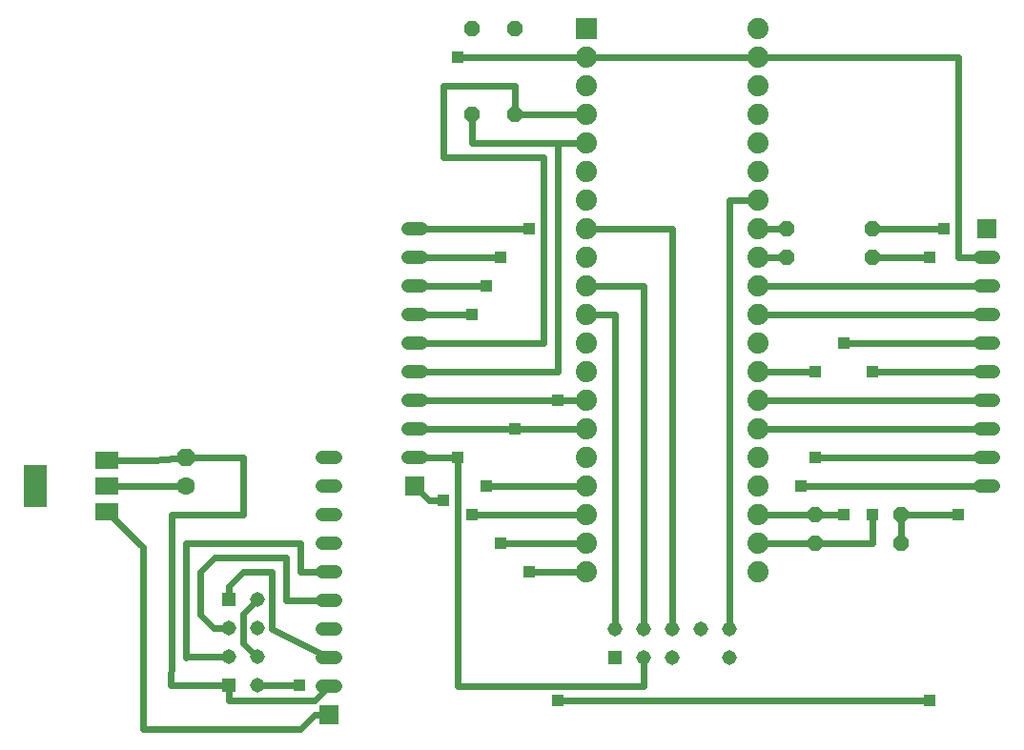
<source format=gbl>
G75*
%MOIN*%
%OFA0B0*%
%FSLAX25Y25*%
%IPPOS*%
%LPD*%
%AMOC8*
5,1,8,0,0,1.08239X$1,22.5*
%
%ADD10R,0.07400X0.07400*%
%ADD11C,0.07400*%
%ADD12R,0.07000X0.07000*%
%ADD13C,0.04756*%
%ADD14C,0.05150*%
%ADD15R,0.05150X0.05150*%
%ADD16R,0.07900X0.05900*%
%ADD17R,0.07900X0.15000*%
%ADD18C,0.06300*%
%ADD19OC8,0.06300*%
%ADD20OC8,0.05200*%
%ADD21C,0.02400*%
%ADD22R,0.03962X0.03962*%
D10*
X0221000Y0261000D03*
D11*
X0221000Y0251000D03*
X0221000Y0241000D03*
X0221000Y0231000D03*
X0221000Y0221000D03*
X0221000Y0211000D03*
X0221000Y0201000D03*
X0221000Y0191000D03*
X0221000Y0181000D03*
X0221000Y0171000D03*
X0221000Y0161000D03*
X0221000Y0151000D03*
X0221000Y0141000D03*
X0221000Y0131000D03*
X0221000Y0121000D03*
X0221000Y0111000D03*
X0221000Y0101000D03*
X0221000Y0091000D03*
X0221000Y0081000D03*
X0221000Y0071000D03*
X0281000Y0071000D03*
X0281000Y0081000D03*
X0281000Y0091000D03*
X0281000Y0101000D03*
X0281000Y0111000D03*
X0281000Y0121000D03*
X0281000Y0131000D03*
X0281000Y0141000D03*
X0281000Y0151000D03*
X0281000Y0161000D03*
X0281000Y0171000D03*
X0281000Y0181000D03*
X0281000Y0191000D03*
X0281000Y0201000D03*
X0281000Y0211000D03*
X0281000Y0221000D03*
X0281000Y0231000D03*
X0281000Y0241000D03*
X0281000Y0251000D03*
X0281000Y0261000D03*
D12*
X0361000Y0191000D03*
X0161000Y0101000D03*
X0131000Y0021000D03*
D13*
X0128622Y0031000D02*
X0133378Y0031000D01*
X0133378Y0041000D02*
X0128622Y0041000D01*
X0128622Y0051000D02*
X0133378Y0051000D01*
X0133378Y0061000D02*
X0128622Y0061000D01*
X0128622Y0071000D02*
X0133378Y0071000D01*
X0133378Y0081000D02*
X0128622Y0081000D01*
X0128622Y0091000D02*
X0133378Y0091000D01*
X0133378Y0101000D02*
X0128622Y0101000D01*
X0128622Y0111000D02*
X0133378Y0111000D01*
X0158622Y0111000D02*
X0163378Y0111000D01*
X0163378Y0121000D02*
X0158622Y0121000D01*
X0158622Y0131000D02*
X0163378Y0131000D01*
X0163378Y0141000D02*
X0158622Y0141000D01*
X0158622Y0151000D02*
X0163378Y0151000D01*
X0163378Y0161000D02*
X0158622Y0161000D01*
X0158622Y0171000D02*
X0163378Y0171000D01*
X0163378Y0181000D02*
X0158622Y0181000D01*
X0158622Y0191000D02*
X0163378Y0191000D01*
X0358622Y0181000D02*
X0363378Y0181000D01*
X0363378Y0171000D02*
X0358622Y0171000D01*
X0358622Y0161000D02*
X0363378Y0161000D01*
X0363378Y0151000D02*
X0358622Y0151000D01*
X0358622Y0141000D02*
X0363378Y0141000D01*
X0363378Y0131000D02*
X0358622Y0131000D01*
X0358622Y0121000D02*
X0363378Y0121000D01*
X0363378Y0111000D02*
X0358622Y0111000D01*
X0358622Y0101000D02*
X0363378Y0101000D01*
D14*
X0271000Y0051000D03*
X0261000Y0051000D03*
X0251000Y0051000D03*
X0241000Y0051000D03*
X0231000Y0051000D03*
X0241000Y0041000D03*
X0251000Y0041000D03*
X0271000Y0041000D03*
X0105995Y0041197D03*
X0095995Y0041197D03*
X0105995Y0031197D03*
X0105995Y0051197D03*
X0095995Y0051197D03*
X0105995Y0061197D03*
D15*
X0095995Y0061197D03*
X0095995Y0031197D03*
X0231000Y0041000D03*
D16*
X0053400Y0091900D03*
X0053400Y0100900D03*
X0053400Y0109900D03*
D17*
X0028600Y0101000D03*
D18*
X0081000Y0101000D03*
D19*
X0081000Y0111000D03*
D20*
X0181000Y0231000D03*
X0196000Y0231000D03*
X0196000Y0261000D03*
X0181000Y0261000D03*
X0291000Y0191000D03*
X0291000Y0181000D03*
X0321000Y0181000D03*
X0321000Y0191000D03*
X0331000Y0091000D03*
X0331000Y0081000D03*
X0301000Y0081000D03*
X0301000Y0091000D03*
D21*
X0066000Y0079500D02*
X0066000Y0016000D01*
X0121000Y0016000D01*
X0126000Y0021000D01*
X0131000Y0021000D01*
X0126000Y0026000D02*
X0096000Y0026000D01*
X0096000Y0031192D01*
X0095995Y0031197D01*
X0075803Y0031197D01*
X0076000Y0041000D01*
X0076000Y0091000D01*
X0101000Y0091000D01*
X0101000Y0111000D01*
X0081000Y0111000D01*
X0069900Y0109900D01*
X0053400Y0109900D01*
X0053400Y0100900D02*
X0065900Y0100900D01*
X0081000Y0101000D01*
X0081000Y0081000D02*
X0121000Y0081000D01*
X0121000Y0071000D01*
X0131000Y0071000D01*
X0131000Y0061000D02*
X0116000Y0061000D01*
X0116000Y0076000D01*
X0091000Y0076000D01*
X0086000Y0071000D01*
X0086000Y0056000D01*
X0090803Y0051197D01*
X0095995Y0051197D01*
X0101000Y0056202D02*
X0101000Y0046000D01*
X0105803Y0041197D01*
X0105995Y0041197D01*
X0095995Y0041197D02*
X0081197Y0041197D01*
X0081000Y0041000D01*
X0081000Y0081000D01*
X0066000Y0079500D02*
X0053400Y0091900D01*
X0095995Y0065995D02*
X0095995Y0061197D01*
X0095995Y0065995D02*
X0101000Y0071000D01*
X0111000Y0071000D01*
X0111000Y0051000D01*
X0131000Y0041000D01*
X0131000Y0031000D02*
X0126000Y0026000D01*
X0120803Y0031197D02*
X0105995Y0031197D01*
X0101000Y0056202D02*
X0105995Y0061197D01*
X0161000Y0101000D02*
X0166000Y0096000D01*
X0171000Y0096000D01*
X0181000Y0091000D02*
X0221000Y0091000D01*
X0221000Y0081000D02*
X0191000Y0081000D01*
X0201000Y0071000D02*
X0221000Y0071000D01*
X0231000Y0051000D02*
X0231000Y0161000D01*
X0221000Y0161000D01*
X0221000Y0171000D02*
X0241000Y0171000D01*
X0241000Y0051000D01*
X0251000Y0051000D02*
X0251000Y0191000D01*
X0221000Y0191000D01*
X0201000Y0191000D02*
X0161000Y0191000D01*
X0161000Y0181000D02*
X0191000Y0181000D01*
X0186000Y0171000D02*
X0161000Y0171000D01*
X0161000Y0161000D02*
X0181000Y0161000D01*
X0161000Y0151000D02*
X0206000Y0151000D01*
X0206000Y0216000D01*
X0171000Y0216000D01*
X0171000Y0241000D01*
X0196000Y0241000D01*
X0196000Y0231000D01*
X0221000Y0231000D01*
X0221000Y0221000D02*
X0211000Y0221000D01*
X0211000Y0141000D01*
X0161000Y0141000D01*
X0161000Y0131000D02*
X0211000Y0131000D01*
X0221000Y0131000D01*
X0221000Y0121000D02*
X0196000Y0121000D01*
X0161000Y0121000D01*
X0161000Y0111000D02*
X0176000Y0111000D01*
X0176000Y0031000D01*
X0241000Y0031000D01*
X0241000Y0041000D01*
X0271000Y0051000D02*
X0271000Y0201000D01*
X0281000Y0201000D01*
X0281000Y0191000D02*
X0291000Y0191000D01*
X0291000Y0181000D02*
X0281000Y0181000D01*
X0281000Y0171000D02*
X0361000Y0171000D01*
X0361000Y0161000D02*
X0281000Y0161000D01*
X0281000Y0141000D02*
X0301000Y0141000D01*
X0311000Y0151000D02*
X0361000Y0151000D01*
X0361000Y0141000D02*
X0321000Y0141000D01*
X0301000Y0111000D02*
X0361000Y0111000D01*
X0361000Y0121000D02*
X0281000Y0121000D01*
X0281000Y0131000D02*
X0361000Y0131000D01*
X0361000Y0101000D02*
X0296000Y0101000D01*
X0301000Y0091000D02*
X0281000Y0091000D01*
X0281000Y0081000D02*
X0301000Y0081000D01*
X0321000Y0081000D01*
X0321000Y0091000D01*
X0311000Y0091000D02*
X0301000Y0091000D01*
X0331000Y0091000D02*
X0331000Y0081000D01*
X0331000Y0091000D02*
X0351000Y0091000D01*
X0341000Y0026000D02*
X0211000Y0026000D01*
X0221000Y0101000D02*
X0186000Y0101000D01*
X0321000Y0181000D02*
X0341000Y0181000D01*
X0351000Y0181000D02*
X0361000Y0181000D01*
X0351000Y0181000D02*
X0351000Y0251000D01*
X0281000Y0251000D01*
X0221000Y0251000D01*
X0176000Y0251000D01*
X0181000Y0231000D02*
X0181000Y0221000D01*
X0211000Y0221000D01*
X0321000Y0191000D02*
X0346000Y0191000D01*
D22*
X0346000Y0191000D03*
X0341000Y0181000D03*
X0311000Y0151000D03*
X0301000Y0141000D03*
X0321000Y0141000D03*
X0301000Y0111000D03*
X0296000Y0101000D03*
X0311000Y0091000D03*
X0321000Y0091000D03*
X0351000Y0091000D03*
X0341000Y0026000D03*
X0211000Y0026000D03*
X0201000Y0071000D03*
X0191000Y0081000D03*
X0181000Y0091000D03*
X0171000Y0096000D03*
X0186000Y0101000D03*
X0176000Y0111000D03*
X0196000Y0121000D03*
X0211000Y0131000D03*
X0181000Y0161000D03*
X0186000Y0171000D03*
X0191000Y0181000D03*
X0201000Y0191000D03*
X0176000Y0251000D03*
X0120803Y0031197D03*
M02*

</source>
